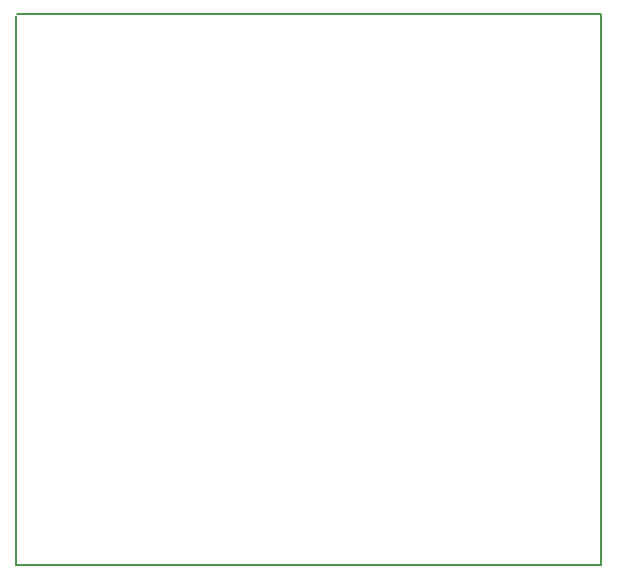
<source format=gm1>
G04 #@! TF.FileFunction,Profile,NP*
%FSLAX46Y46*%
G04 Gerber Fmt 4.6, Leading zero omitted, Abs format (unit mm)*
G04 Created by KiCad (PCBNEW 4.0.2-stable) date 16.05.2016 20:30:10*
%MOMM*%
G01*
G04 APERTURE LIST*
%ADD10C,0.100000*%
%ADD11C,0.150000*%
G04 APERTURE END LIST*
D10*
D11*
X131191000Y-86360000D02*
X131254500Y-86360000D01*
X131191000Y-132905500D02*
X131191000Y-86360000D01*
X180784500Y-132905500D02*
X131191000Y-132905500D01*
X180784500Y-86233000D02*
X180784500Y-132905500D01*
X131318000Y-86233000D02*
X180784500Y-86233000D01*
M02*

</source>
